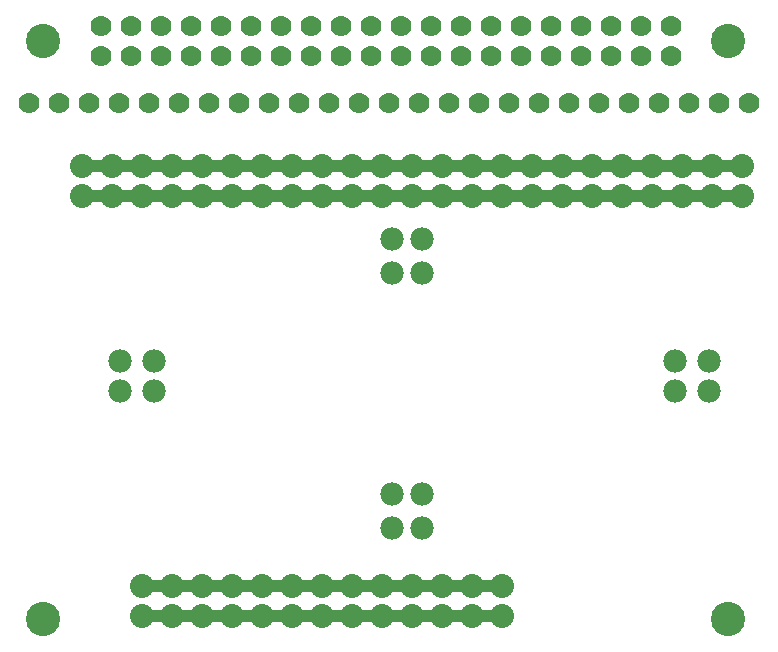
<source format=gbs>
G04 EAGLE Gerber X2 export*
G75*
%MOMM*%
%FSLAX34Y34*%
%LPD*%
%AMOC8*
5,1,8,0,0,1.08239X$1,22.5*%
G01*
%ADD10R,30.988000X1.016000*%
%ADD11R,31.242000X1.016000*%
%ADD12R,56.896000X1.016000*%
%ADD13R,56.642000X1.016000*%
%ADD14C,2.901600*%
%ADD15C,1.778000*%
%ADD16C,1.981200*%
%ADD17C,2.032000*%


D10*
X271780Y38100D03*
D11*
X270510Y63500D03*
D12*
X347980Y419100D03*
D13*
X346710Y393700D03*
D14*
X35000Y35000D03*
X35000Y525000D03*
X615000Y525000D03*
X615000Y35000D03*
D15*
X83700Y512300D03*
X83700Y537700D03*
X109100Y512300D03*
X109100Y537700D03*
X134500Y512300D03*
X134500Y537700D03*
X159900Y512300D03*
X159900Y537700D03*
X185300Y512300D03*
X185300Y537700D03*
X210700Y512300D03*
X210700Y537700D03*
X236100Y512300D03*
X236100Y537700D03*
X261500Y512300D03*
X261500Y537700D03*
X286900Y512300D03*
X286900Y537700D03*
X312300Y512300D03*
X312300Y537700D03*
X337700Y512300D03*
X337700Y537700D03*
X363100Y512300D03*
X363100Y537700D03*
X388500Y512300D03*
X388500Y537700D03*
X413900Y512300D03*
X413900Y537700D03*
X439300Y512300D03*
X439300Y537700D03*
X464700Y512300D03*
X464700Y537700D03*
X490100Y512300D03*
X490100Y537700D03*
X515500Y512300D03*
X515500Y537700D03*
X540900Y512300D03*
X540900Y537700D03*
X566300Y512300D03*
X566300Y537700D03*
X22860Y472440D03*
X48260Y472440D03*
X73660Y472440D03*
X99060Y472440D03*
X124460Y472440D03*
X149860Y472440D03*
X175260Y472440D03*
X200660Y472440D03*
X226060Y472440D03*
X251460Y472440D03*
X276860Y472440D03*
X302260Y472440D03*
X327660Y472440D03*
X353060Y472440D03*
X378460Y472440D03*
X403860Y472440D03*
X429260Y472440D03*
X454660Y472440D03*
X480060Y472440D03*
X505460Y472440D03*
X530860Y472440D03*
X556260Y472440D03*
X581660Y472440D03*
X607060Y472440D03*
X632460Y472440D03*
D16*
X128778Y228600D03*
X99822Y228600D03*
X128778Y254000D03*
X99822Y254000D03*
X330200Y328422D03*
X330200Y357378D03*
X355600Y328422D03*
X355600Y357378D03*
X569722Y254000D03*
X598678Y254000D03*
X569722Y228600D03*
X598678Y228600D03*
X355600Y141478D03*
X355600Y112522D03*
X330200Y141478D03*
X330200Y112522D03*
D17*
X422910Y63500D03*
X397510Y63500D03*
X372110Y63500D03*
X346710Y63500D03*
X295910Y63500D03*
X321310Y63500D03*
X270510Y63500D03*
X245110Y63500D03*
X219710Y63500D03*
X194310Y63500D03*
X168910Y63500D03*
X143510Y63500D03*
X118110Y63500D03*
X67310Y419100D03*
X92710Y419100D03*
X118110Y419100D03*
X143510Y419100D03*
X168910Y419100D03*
X194310Y419100D03*
X219710Y419100D03*
X245110Y419100D03*
X270510Y419100D03*
X295910Y419100D03*
X321310Y419100D03*
X346710Y419100D03*
X372110Y419100D03*
X397510Y419100D03*
X422910Y419100D03*
X448310Y419100D03*
X473710Y419100D03*
X499110Y419100D03*
X524510Y419100D03*
X549910Y419100D03*
X575310Y419100D03*
X600710Y419100D03*
X626110Y419100D03*
X626110Y393700D03*
X600710Y393700D03*
X575310Y393700D03*
X549910Y393700D03*
X524510Y393700D03*
X499110Y393700D03*
X473710Y393700D03*
X448310Y393700D03*
X422910Y393700D03*
X397510Y393700D03*
X372110Y393700D03*
X346710Y393700D03*
X321310Y393700D03*
X295910Y393700D03*
X245110Y393700D03*
X270510Y393700D03*
X219710Y393700D03*
X194310Y393700D03*
X168910Y393700D03*
X143510Y393700D03*
X118110Y393700D03*
X92710Y393700D03*
X67310Y393700D03*
X118110Y38100D03*
X143510Y38100D03*
X168910Y38100D03*
X194310Y38100D03*
X219710Y38100D03*
X245110Y38100D03*
X270510Y38100D03*
X295910Y38100D03*
X321310Y38100D03*
X346710Y38100D03*
X372110Y38100D03*
X397510Y38100D03*
X422910Y38100D03*
M02*

</source>
